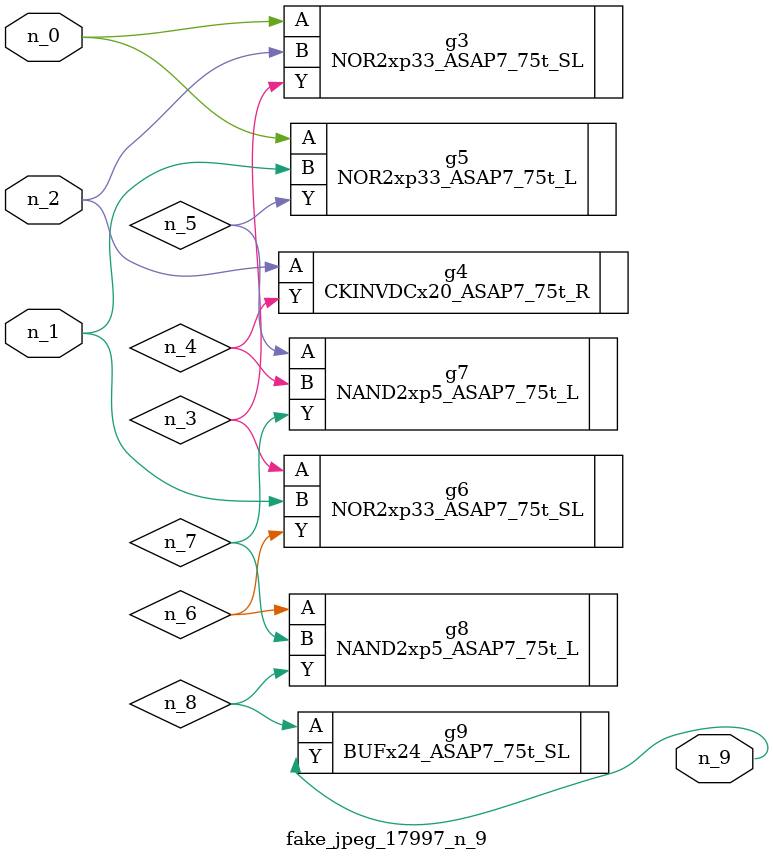
<source format=v>
module fake_jpeg_17997_n_9 (n_0, n_2, n_1, n_9);

input n_0;
input n_2;
input n_1;

output n_9;

wire n_3;
wire n_4;
wire n_8;
wire n_6;
wire n_5;
wire n_7;

NOR2xp33_ASAP7_75t_SL g3 ( 
.A(n_0),
.B(n_2),
.Y(n_3)
);

CKINVDCx20_ASAP7_75t_R g4 ( 
.A(n_2),
.Y(n_4)
);

NOR2xp33_ASAP7_75t_L g5 ( 
.A(n_0),
.B(n_1),
.Y(n_5)
);

NOR2xp33_ASAP7_75t_SL g6 ( 
.A(n_3),
.B(n_1),
.Y(n_6)
);

NAND2xp5_ASAP7_75t_L g8 ( 
.A(n_6),
.B(n_7),
.Y(n_8)
);

NAND2xp5_ASAP7_75t_L g7 ( 
.A(n_5),
.B(n_4),
.Y(n_7)
);

BUFx24_ASAP7_75t_SL g9 ( 
.A(n_8),
.Y(n_9)
);


endmodule
</source>
